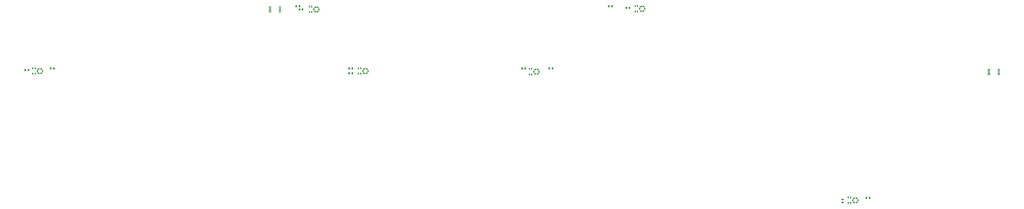
<source format=gbr>
%TF.GenerationSoftware,KiCad,Pcbnew,9.0.2*%
%TF.CreationDate,2025-06-25T18:58:00+02:00*%
%TF.ProjectId,flex_mems,666c6578-5f6d-4656-9d73-2e6b69636164,rev?*%
%TF.SameCoordinates,Original*%
%TF.FileFunction,Paste,Top*%
%TF.FilePolarity,Positive*%
%FSLAX46Y46*%
G04 Gerber Fmt 4.6, Leading zero omitted, Abs format (unit mm)*
G04 Created by KiCad (PCBNEW 9.0.2) date 2025-06-25 18:58:00*
%MOMM*%
%LPD*%
G01*
G04 APERTURE LIST*
G04 Aperture macros list*
%AMRoundRect*
0 Rectangle with rounded corners*
0 $1 Rounding radius*
0 $2 $3 $4 $5 $6 $7 $8 $9 X,Y pos of 4 corners*
0 Add a 4 corners polygon primitive as box body*
4,1,4,$2,$3,$4,$5,$6,$7,$8,$9,$2,$3,0*
0 Add four circle primitives for the rounded corners*
1,1,$1+$1,$2,$3*
1,1,$1+$1,$4,$5*
1,1,$1+$1,$6,$7*
1,1,$1+$1,$8,$9*
0 Add four rect primitives between the rounded corners*
20,1,$1+$1,$2,$3,$4,$5,0*
20,1,$1+$1,$4,$5,$6,$7,0*
20,1,$1+$1,$6,$7,$8,$9,0*
20,1,$1+$1,$8,$9,$2,$3,0*%
%AMFreePoly0*
4,1,19,0.076537,0.434776,0.141421,0.391421,0.184776,0.326537,0.200000,0.250000,0.200000,0.000000,0.184776,-0.076537,0.141421,-0.141421,0.076537,-0.184776,0.000000,-0.200000,-0.076537,-0.184776,-0.141421,-0.141421,-0.184776,-0.076537,-0.200000,0.000000,-0.200000,0.250000,-0.184776,0.326537,-0.141421,0.391421,-0.076537,0.434776,0.000000,0.450000,0.076537,0.434776,0.076537,0.434776,
$1*%
%AMFreePoly1*
4,1,19,0.076537,0.184776,0.141421,0.141421,0.184776,0.076537,0.200000,0.000000,0.200000,-0.250000,0.184776,-0.326537,0.141421,-0.391421,0.076537,-0.434776,0.000000,-0.450000,-0.076537,-0.434776,-0.141421,-0.391421,-0.184776,-0.326537,-0.200000,-0.250000,-0.200000,0.000000,-0.184776,0.076537,-0.141421,0.141421,-0.076537,0.184776,0.000000,0.200000,0.076537,0.184776,0.076537,0.184776,
$1*%
%AMFreePoly2*
4,1,22,0.057542,0.358826,0.129370,0.328325,0.184059,0.272658,0.213282,0.200300,0.212590,0.122267,0.200000,0.000000,0.212590,-0.122267,0.213282,-0.200300,0.184059,-0.272658,0.129370,-0.328325,0.057542,-0.358826,-0.020491,-0.359518,-0.092849,-0.330295,-0.148516,-0.275607,-0.179017,-0.203778,-0.197661,-0.068352,-0.197661,0.068352,-0.179017,0.203778,-0.148516,0.275607,-0.092849,0.330295,
-0.020491,0.359518,0.057542,0.358826,0.057542,0.358826,$1*%
%AMFreePoly3*
4,1,22,0.239619,0.245557,0.301106,0.197505,0.339523,0.129580,0.349023,0.052124,0.328158,-0.023071,0.280106,-0.084557,0.212181,-0.122975,0.100000,-0.173205,0.000409,-0.245242,-0.066824,-0.284857,-0.144099,-0.295729,-0.219652,-0.276200,-0.281981,-0.229246,-0.321597,-0.162013,-0.332468,-0.084738,-0.312940,-0.009185,-0.265986,0.053144,-0.158025,0.137004,-0.039636,0.205356,0.086969,0.256922,
0.164424,0.266422,0.239619,0.245557,0.239619,0.245557,$1*%
%AMFreePoly4*
4,1,22,-0.066846,0.284852,0.000389,0.245242,0.099986,0.173213,0.212171,0.122991,0.280099,0.084579,0.328156,0.023096,0.349027,-0.052097,0.339534,-0.129554,0.301122,-0.197481,0.239639,-0.245538,0.164445,-0.266409,0.086989,-0.256916,-0.039620,-0.205359,-0.158014,-0.137016,-0.265981,-0.053165,-0.312941,0.009160,-0.332475,0.084712,-0.321610,0.161988,-0.281999,0.229224,-0.219674,0.276183,
-0.144122,0.295717,-0.066846,0.284852,-0.066846,0.284852,$1*%
%AMFreePoly5*
4,1,22,-0.086969,0.256922,0.039636,0.205356,0.158025,0.137004,0.265986,0.053144,0.312940,-0.009185,0.332468,-0.084738,0.321597,-0.162013,0.281981,-0.229246,0.219652,-0.276200,0.144099,-0.295729,0.066824,-0.284857,-0.000409,-0.245242,-0.100000,-0.173205,-0.212181,-0.122975,-0.280106,-0.084557,-0.328158,-0.023071,-0.349023,0.052124,-0.339523,0.129580,-0.301106,0.197505,-0.239619,0.245557,
-0.164424,0.266422,-0.086969,0.256922,-0.086969,0.256922,$1*%
%AMFreePoly6*
4,1,22,0.219650,0.276202,0.281979,0.229248,0.321596,0.162016,0.332468,0.084741,0.312940,0.009187,0.265986,-0.053142,0.158026,-0.137002,0.039638,-0.205355,-0.086966,-0.256923,-0.164422,-0.266423,-0.239617,-0.245559,-0.301104,-0.197507,-0.339522,-0.129583,-0.349022,-0.052127,-0.328158,0.023068,-0.280106,0.084555,-0.212182,0.122973,-0.100002,0.173204,-0.000411,0.245242,0.066822,0.284858,
0.144097,0.295730,0.219650,0.276202,0.219650,0.276202,$1*%
%AMFreePoly7*
4,1,22,0.092849,0.330295,0.148516,0.275607,0.179017,0.203778,0.197661,0.068352,0.197661,-0.068352,0.179017,-0.203778,0.148516,-0.275607,0.092849,-0.330295,0.020491,-0.359518,-0.057542,-0.358826,-0.129370,-0.328325,-0.184059,-0.272658,-0.213282,-0.200300,-0.212590,-0.122267,-0.200000,0.000000,-0.212590,0.122267,-0.213282,0.200300,-0.184059,0.272658,-0.129370,0.328325,-0.057542,0.358826,
0.020491,0.359518,0.092849,0.330295,0.092849,0.330295,$1*%
G04 Aperture macros list end*
%ADD10C,0.010000*%
%ADD11FreePoly0,0.000000*%
%ADD12FreePoly1,0.000000*%
%ADD13FreePoly2,0.000000*%
%ADD14FreePoly3,0.000000*%
%ADD15FreePoly4,0.000000*%
%ADD16FreePoly5,0.000000*%
%ADD17FreePoly6,0.000000*%
%ADD18FreePoly7,0.000000*%
%ADD19RoundRect,0.140000X0.170000X-0.140000X0.170000X0.140000X-0.170000X0.140000X-0.170000X-0.140000X0*%
%ADD20RoundRect,0.135000X-0.135000X-0.185000X0.135000X-0.185000X0.135000X0.185000X-0.135000X0.185000X0*%
%ADD21RoundRect,0.140000X-0.140000X-0.170000X0.140000X-0.170000X0.140000X0.170000X-0.140000X0.170000X0*%
%ADD22RoundRect,0.135000X0.135000X0.185000X-0.135000X0.185000X-0.135000X-0.185000X0.135000X-0.185000X0*%
G04 APERTURE END LIST*
D10*
%TO.C,J2*%
X161093000Y-126789500D02*
X160467000Y-126789500D01*
X160467000Y-126610500D01*
X161093000Y-126610500D01*
X161093000Y-126789500D01*
G36*
X161093000Y-126789500D02*
G01*
X160467000Y-126789500D01*
X160467000Y-126610500D01*
X161093000Y-126610500D01*
X161093000Y-126789500D01*
G37*
X161093000Y-127189500D02*
X160467000Y-127189500D01*
X160467000Y-127010500D01*
X161093000Y-127010500D01*
X161093000Y-127189500D01*
G36*
X161093000Y-127189500D02*
G01*
X160467000Y-127189500D01*
X160467000Y-127010500D01*
X161093000Y-127010500D01*
X161093000Y-127189500D01*
G37*
X161093000Y-127589500D02*
X160467000Y-127589500D01*
X160467000Y-127410500D01*
X161093000Y-127410500D01*
X161093000Y-127589500D01*
G36*
X161093000Y-127589500D02*
G01*
X160467000Y-127589500D01*
X160467000Y-127410500D01*
X161093000Y-127410500D01*
X161093000Y-127589500D01*
G37*
X161093000Y-127989500D02*
X160467000Y-127989500D01*
X160467000Y-127810500D01*
X161093000Y-127810500D01*
X161093000Y-127989500D01*
G36*
X161093000Y-127989500D02*
G01*
X160467000Y-127989500D01*
X160467000Y-127810500D01*
X161093000Y-127810500D01*
X161093000Y-127989500D01*
G37*
X161093000Y-128389500D02*
X160467000Y-128389500D01*
X160467000Y-128210500D01*
X161093000Y-128210500D01*
X161093000Y-128389500D01*
G36*
X161093000Y-128389500D02*
G01*
X160467000Y-128389500D01*
X160467000Y-128210500D01*
X161093000Y-128210500D01*
X161093000Y-128389500D01*
G37*
X164173000Y-126789500D02*
X163547000Y-126789500D01*
X163547000Y-126610500D01*
X164173000Y-126610500D01*
X164173000Y-126789500D01*
G36*
X164173000Y-126789500D02*
G01*
X163547000Y-126789500D01*
X163547000Y-126610500D01*
X164173000Y-126610500D01*
X164173000Y-126789500D01*
G37*
X164173000Y-127189500D02*
X163547000Y-127189500D01*
X163547000Y-127010500D01*
X164173000Y-127010500D01*
X164173000Y-127189500D01*
G36*
X164173000Y-127189500D02*
G01*
X163547000Y-127189500D01*
X163547000Y-127010500D01*
X164173000Y-127010500D01*
X164173000Y-127189500D01*
G37*
X164173000Y-127589500D02*
X163547000Y-127589500D01*
X163547000Y-127410500D01*
X164173000Y-127410500D01*
X164173000Y-127589500D01*
G36*
X164173000Y-127589500D02*
G01*
X163547000Y-127589500D01*
X163547000Y-127410500D01*
X164173000Y-127410500D01*
X164173000Y-127589500D01*
G37*
X164173000Y-127989500D02*
X163547000Y-127989500D01*
X163547000Y-127810500D01*
X164173000Y-127810500D01*
X164173000Y-127989500D01*
G36*
X164173000Y-127989500D02*
G01*
X163547000Y-127989500D01*
X163547000Y-127810500D01*
X164173000Y-127810500D01*
X164173000Y-127989500D01*
G37*
X164173000Y-128389500D02*
X163547000Y-128389500D01*
X163547000Y-128210500D01*
X164173000Y-128210500D01*
X164173000Y-128389500D01*
G36*
X164173000Y-128389500D02*
G01*
X163547000Y-128389500D01*
X163547000Y-128210500D01*
X164173000Y-128210500D01*
X164173000Y-128389500D01*
G37*
%TO.C,J1*%
X385453000Y-146289500D02*
X384827000Y-146289500D01*
X384827000Y-146110500D01*
X385453000Y-146110500D01*
X385453000Y-146289500D01*
G36*
X385453000Y-146289500D02*
G01*
X384827000Y-146289500D01*
X384827000Y-146110500D01*
X385453000Y-146110500D01*
X385453000Y-146289500D01*
G37*
X385453000Y-146689500D02*
X384827000Y-146689500D01*
X384827000Y-146510500D01*
X385453000Y-146510500D01*
X385453000Y-146689500D01*
G36*
X385453000Y-146689500D02*
G01*
X384827000Y-146689500D01*
X384827000Y-146510500D01*
X385453000Y-146510500D01*
X385453000Y-146689500D01*
G37*
X385453000Y-147089500D02*
X384827000Y-147089500D01*
X384827000Y-146910500D01*
X385453000Y-146910500D01*
X385453000Y-147089500D01*
G36*
X385453000Y-147089500D02*
G01*
X384827000Y-147089500D01*
X384827000Y-146910500D01*
X385453000Y-146910500D01*
X385453000Y-147089500D01*
G37*
X385453000Y-147489500D02*
X384827000Y-147489500D01*
X384827000Y-147310500D01*
X385453000Y-147310500D01*
X385453000Y-147489500D01*
G36*
X385453000Y-147489500D02*
G01*
X384827000Y-147489500D01*
X384827000Y-147310500D01*
X385453000Y-147310500D01*
X385453000Y-147489500D01*
G37*
X385453000Y-147889500D02*
X384827000Y-147889500D01*
X384827000Y-147710500D01*
X385453000Y-147710500D01*
X385453000Y-147889500D01*
G36*
X385453000Y-147889500D02*
G01*
X384827000Y-147889500D01*
X384827000Y-147710500D01*
X385453000Y-147710500D01*
X385453000Y-147889500D01*
G37*
X388533000Y-146289500D02*
X387907000Y-146289500D01*
X387907000Y-146110500D01*
X388533000Y-146110500D01*
X388533000Y-146289500D01*
G36*
X388533000Y-146289500D02*
G01*
X387907000Y-146289500D01*
X387907000Y-146110500D01*
X388533000Y-146110500D01*
X388533000Y-146289500D01*
G37*
X388533000Y-146689500D02*
X387907000Y-146689500D01*
X387907000Y-146510500D01*
X388533000Y-146510500D01*
X388533000Y-146689500D01*
G36*
X388533000Y-146689500D02*
G01*
X387907000Y-146689500D01*
X387907000Y-146510500D01*
X388533000Y-146510500D01*
X388533000Y-146689500D01*
G37*
X388533000Y-147089500D02*
X387907000Y-147089500D01*
X387907000Y-146910500D01*
X388533000Y-146910500D01*
X388533000Y-147089500D01*
G36*
X388533000Y-147089500D02*
G01*
X387907000Y-147089500D01*
X387907000Y-146910500D01*
X388533000Y-146910500D01*
X388533000Y-147089500D01*
G37*
X388533000Y-147489500D02*
X387907000Y-147489500D01*
X387907000Y-147310500D01*
X388533000Y-147310500D01*
X388533000Y-147489500D01*
G36*
X388533000Y-147489500D02*
G01*
X387907000Y-147489500D01*
X387907000Y-147310500D01*
X388533000Y-147310500D01*
X388533000Y-147489500D01*
G37*
X388533000Y-147889500D02*
X387907000Y-147889500D01*
X387907000Y-147710500D01*
X388533000Y-147710500D01*
X388533000Y-147889500D01*
G36*
X388533000Y-147889500D02*
G01*
X387907000Y-147889500D01*
X387907000Y-147710500D01*
X388533000Y-147710500D01*
X388533000Y-147889500D01*
G37*
%TD*%
D11*
%TO.C,MK5*%
X173120000Y-126775000D03*
D12*
X173120000Y-128225000D03*
D11*
X173820000Y-126775000D03*
D12*
X173820000Y-128225000D03*
D13*
X174500000Y-127500000D03*
D14*
X174900000Y-126807000D03*
D15*
X174900000Y-128193000D03*
D16*
X175700000Y-126807000D03*
D17*
X175700000Y-128193000D03*
D18*
X176100000Y-127500000D03*
%TD*%
D19*
%TO.C,C4*%
X339500000Y-187980000D03*
X339500000Y-187020000D03*
%TD*%
D11*
%TO.C,MK3*%
X241820000Y-146275000D03*
D12*
X241820000Y-147725000D03*
D11*
X242520000Y-146275000D03*
D12*
X242520000Y-147725000D03*
D13*
X243200000Y-147000000D03*
D14*
X243600000Y-146307000D03*
D15*
X243600000Y-147693000D03*
D16*
X244400000Y-146307000D03*
D17*
X244400000Y-147693000D03*
D18*
X244800000Y-147000000D03*
%TD*%
D11*
%TO.C,MK2*%
X188420000Y-146082000D03*
D12*
X188420000Y-147532000D03*
D11*
X189120000Y-146082000D03*
D12*
X189120000Y-147532000D03*
D13*
X189800000Y-146807000D03*
D14*
X190200000Y-146114000D03*
D15*
X190200000Y-147500000D03*
D16*
X191000000Y-146114000D03*
D17*
X191000000Y-147500000D03*
D18*
X191400000Y-146807000D03*
%TD*%
D11*
%TO.C,MK6*%
X274820000Y-126585000D03*
D12*
X274820000Y-128035000D03*
D11*
X275520000Y-126585000D03*
D12*
X275520000Y-128035000D03*
D13*
X276200000Y-127310000D03*
D14*
X276600000Y-126617000D03*
D15*
X276600000Y-128003000D03*
D16*
X277400000Y-126617000D03*
D17*
X277400000Y-128003000D03*
D18*
X277800000Y-127310000D03*
%TD*%
D20*
%TO.C,R1*%
X92380000Y-146000000D03*
X93400000Y-146000000D03*
%TD*%
D11*
%TO.C,MK1*%
X86810000Y-146082000D03*
D12*
X86810000Y-147532000D03*
D11*
X87510000Y-146082000D03*
D12*
X87510000Y-147532000D03*
D13*
X88190000Y-146807000D03*
D14*
X88590000Y-146114000D03*
D15*
X88590000Y-147500000D03*
D16*
X89390000Y-146114000D03*
D17*
X89390000Y-147500000D03*
D18*
X89790000Y-146807000D03*
%TD*%
D21*
%TO.C,C1*%
X84430000Y-146500000D03*
X85390000Y-146500000D03*
%TD*%
%TO.C,C6*%
X272020000Y-127000000D03*
X272980000Y-127000000D03*
%TD*%
D11*
%TO.C,MK4*%
X341320000Y-186550000D03*
D12*
X341320000Y-188000000D03*
D11*
X342020000Y-186550000D03*
D12*
X342020000Y-188000000D03*
D13*
X342700000Y-187275000D03*
D14*
X343100000Y-186582000D03*
D15*
X343100000Y-187968000D03*
D16*
X343900000Y-186582000D03*
D17*
X343900000Y-187968000D03*
D18*
X344300000Y-187275000D03*
%TD*%
D22*
%TO.C,R6*%
X267510000Y-126500000D03*
X266490000Y-126500000D03*
%TD*%
%TO.C,R2*%
X186510000Y-146000000D03*
X185490000Y-146000000D03*
%TD*%
D20*
%TO.C,R3*%
X247990000Y-146000000D03*
X249010000Y-146000000D03*
%TD*%
D21*
%TO.C,C2*%
X185540000Y-147500000D03*
X186500000Y-147500000D03*
%TD*%
D20*
%TO.C,R4*%
X346990000Y-186500000D03*
X348010000Y-186500000D03*
%TD*%
D21*
%TO.C,C5*%
X170020000Y-127500000D03*
X170980000Y-127500000D03*
%TD*%
%TO.C,C3*%
X239500000Y-146000000D03*
X240460000Y-146000000D03*
%TD*%
D22*
%TO.C,R5*%
X170020000Y-126500000D03*
X169000000Y-126500000D03*
%TD*%
M02*

</source>
